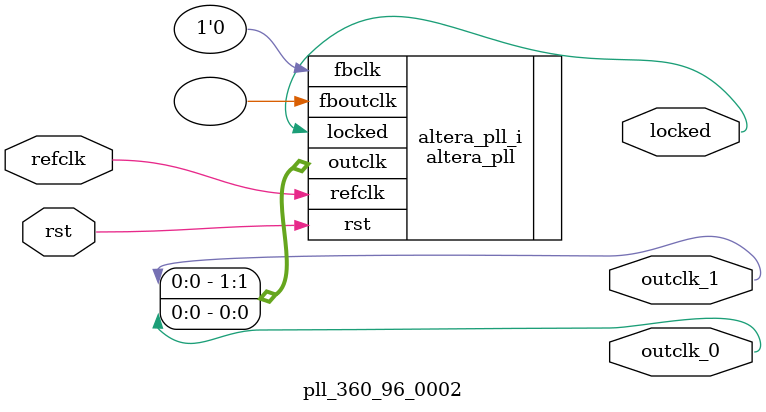
<source format=v>
`timescale 1ns/10ps
module  pll_360_96_0002(

	// interface 'refclk'
	input wire refclk,

	// interface 'reset'
	input wire rst,

	// interface 'outclk0'
	output wire outclk_0,

	// interface 'outclk1'
	output wire outclk_1,

	// interface 'locked'
	output wire locked
);

	altera_pll #(
		.fractional_vco_multiplier("false"),
		.reference_clock_frequency("360.0 MHz"),
		.operation_mode("direct"),
		.number_of_clocks(2),
		.output_clock_frequency0("96.000000 MHz"),
		.phase_shift0("0 ps"),
		.duty_cycle0(50),
		.output_clock_frequency1("48.000000 MHz"),
		.phase_shift1("0 ps"),
		.duty_cycle1(50),
		.output_clock_frequency2("0 MHz"),
		.phase_shift2("0 ps"),
		.duty_cycle2(50),
		.output_clock_frequency3("0 MHz"),
		.phase_shift3("0 ps"),
		.duty_cycle3(50),
		.output_clock_frequency4("0 MHz"),
		.phase_shift4("0 ps"),
		.duty_cycle4(50),
		.output_clock_frequency5("0 MHz"),
		.phase_shift5("0 ps"),
		.duty_cycle5(50),
		.output_clock_frequency6("0 MHz"),
		.phase_shift6("0 ps"),
		.duty_cycle6(50),
		.output_clock_frequency7("0 MHz"),
		.phase_shift7("0 ps"),
		.duty_cycle7(50),
		.output_clock_frequency8("0 MHz"),
		.phase_shift8("0 ps"),
		.duty_cycle8(50),
		.output_clock_frequency9("0 MHz"),
		.phase_shift9("0 ps"),
		.duty_cycle9(50),
		.output_clock_frequency10("0 MHz"),
		.phase_shift10("0 ps"),
		.duty_cycle10(50),
		.output_clock_frequency11("0 MHz"),
		.phase_shift11("0 ps"),
		.duty_cycle11(50),
		.output_clock_frequency12("0 MHz"),
		.phase_shift12("0 ps"),
		.duty_cycle12(50),
		.output_clock_frequency13("0 MHz"),
		.phase_shift13("0 ps"),
		.duty_cycle13(50),
		.output_clock_frequency14("0 MHz"),
		.phase_shift14("0 ps"),
		.duty_cycle14(50),
		.output_clock_frequency15("0 MHz"),
		.phase_shift15("0 ps"),
		.duty_cycle15(50),
		.output_clock_frequency16("0 MHz"),
		.phase_shift16("0 ps"),
		.duty_cycle16(50),
		.output_clock_frequency17("0 MHz"),
		.phase_shift17("0 ps"),
		.duty_cycle17(50),
		.pll_type("General"),
		.pll_subtype("General")
	) altera_pll_i (
		.rst	(rst),
		.outclk	({outclk_1, outclk_0}),
		.locked	(locked),
		.fboutclk	( ),
		.fbclk	(1'b0),
		.refclk	(refclk)
	);
endmodule


</source>
